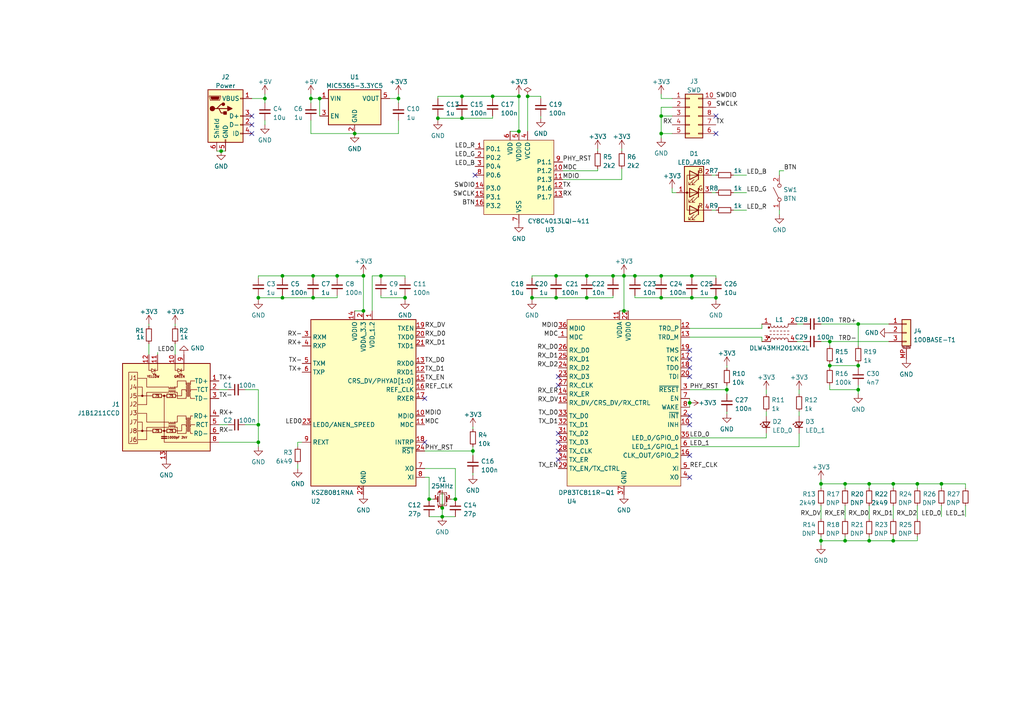
<source format=kicad_sch>
(kicad_sch (version 20211123) (generator eeschema)
  (paper "A4")
  (lib_symbols
    (symbol "Connector:USB_B_Micro" (pin_names (offset 1.016))
      (property "Reference" "J" (at -5.08 11.43 0))
      (property "Value" "USB_B_Micro" (at -5.08 8.89 0))
      (symbol "USB_B_Micro_1_1"
        (pin power_out line (at 7.62 5.08 180) (length 2.54) (name "VBUS") (number "1"))
        (pin bidirectional line (at 7.62 -2.54 180) (length 2.54) (name "D-") (number "2"))
        (pin bidirectional line (at 7.62 0 180) (length 2.54) (name "D+") (number "3"))
        (pin passive line (at 7.62 -5.08 180) (length 2.54) (name "ID") (number "4"))
        (pin power_out line (at 0 -10.16 90) (length 2.54) (name "GND") (number "5"))
        (pin passive line (at -2.54 -10.16 90) (length 2.54) (name "Shield") (number "6"))
      )
    )
    (symbol "Connector:Wuerth_7499010121A"
      (property "Reference" "J?" (at -13.462 0.8347 0))
      (property "Value" "J1B1211CCD" (at -13.462 -1.7022 0))
      (symbol "Wuerth_7499010121A_0_0"
        (text "1000pF 2kV" (at 3.175 -8.763 0) (effects (font (size 0.635 0.635))))
        (text "75" (at -2.667 -6.858 0) (effects (font (size 0.635 0.635))))
        (text "75" (at -2.667 3.302 0) (effects (font (size 0.635 0.635))))
        (text "75" (at 1.397 -6.858 0) (effects (font (size 0.635 0.635))))
        (text "75" (at 1.397 3.302 0) (effects (font (size 0.635 0.635))))
        (text "GREEN" (at 3.81 8.89 0) (effects (font (size 0.635 0.635))))
        (text "J1" (at -10.795 8.509 0) (effects (font (size 1.27 1.27)) (justify left)))
        (text "J2" (at -10.795 0.889 0) (effects (font (size 1.27 1.27)) (justify left)))
        (text "J3" (at -10.795 -1.651 0) (effects (font (size 1.27 1.27)) (justify left)))
        (text "J4" (at -10.795 5.842 0) (effects (font (size 1.27 1.27)) (justify left)))
        (text "J5" (at -10.795 3.302 0) (effects (font (size 1.27 1.27)) (justify left)))
        (text "J6" (at -10.795 -9.398 0) (effects (font (size 1.27 1.27)) (justify left)))
        (text "J7" (at -10.795 -4.318 0) (effects (font (size 1.27 1.27)) (justify left)))
        (text "J8" (at -10.795 -6.858 0) (effects (font (size 1.27 1.27)) (justify left)))
        (text "YELLOW" (at -3.81 8.89 0) (effects (font (size 0.635 0.635))))
      )
      (symbol "Wuerth_7499010121A_1_1"
        (pin passive line (at 15.24 7.62 180) (length 2.54) (name "TD+") (number "1"))
        (pin passive line (at 2.54 15.24 270) (length 2.54) (name "~") (number "10"))
        (pin passive line (at -2.54 15.24 270) (length 2.54) (name "~") (number "11"))
        (pin passive line (at -5.08 15.24 270) (length 2.54) (name "~") (number "12"))
        (pin passive line (at 0 -15.24 90) (length 2.54) (name "~") (number "13"))
        (pin passive line (at 15.24 5.08 180) (length 2.54) (name "TCT") (number "2"))
        (pin passive line (at 15.24 2.54 180) (length 2.54) (name "TD-") (number "3"))
        (pin passive line (at 15.24 -2.54 180) (length 2.54) (name "RD+") (number "4"))
        (pin passive line (at 15.24 -5.08 180) (length 2.54) (name "RCT") (number "5"))
        (pin passive line (at 15.24 -7.62 180) (length 2.54) (name "RD-") (number "6"))
        (pin passive line (at 15.24 -10.16 180) (length 2.54) (name "~") (number "8"))
        (pin passive line (at 5.08 15.24 270) (length 2.54) (name "~") (number "9"))
      )
    )
    (symbol "Connector_Generic:Conn_02x05_Counter_Clockwise" (pin_names (offset 1.016) hide)
      (property "Reference" "J" (at 1.27 7.62 0))
      (property "Value" "Conn_02x05_Counter_Clockwise" (at 1.27 -7.62 0))
      (symbol "Conn_02x05_Counter_Clockwise_1_1"
        (pin passive line (at -5.08 5.08 0) (length 3.81) (name "Pin_1") (number "1"))
        (pin passive line (at 7.62 5.08 180) (length 3.81) (name "Pin_10") (number "10"))
        (pin passive line (at -5.08 2.54 0) (length 3.81) (name "Pin_2") (number "2"))
        (pin passive line (at -5.08 0 0) (length 3.81) (name "Pin_3") (number "3"))
        (pin passive line (at -5.08 -2.54 0) (length 3.81) (name "Pin_4") (number "4"))
        (pin passive line (at -5.08 -5.08 0) (length 3.81) (name "Pin_5") (number "5"))
        (pin passive line (at 7.62 -5.08 180) (length 3.81) (name "Pin_6") (number "6"))
        (pin passive line (at 7.62 -2.54 180) (length 3.81) (name "Pin_7") (number "7"))
        (pin passive line (at 7.62 0 180) (length 3.81) (name "Pin_8") (number "8"))
        (pin passive line (at 7.62 2.54 180) (length 3.81) (name "Pin_9") (number "9"))
      )
    )
    (symbol "Connector_Generic_MountingPin:Conn_01x03_MountingPin" (pin_names (offset 1.016) hide)
      (property "Reference" "J" (at 0 5.08 0))
      (property "Value" "Conn_01x03_MountingPin" (at 1.27 -5.08 0))
      (symbol "Conn_01x03_MountingPin_1_1"
        (text "Mounting" (at 0 -4.191 0) (effects (font (size 0.381 0.381))))
        (pin passive line (at -5.08 2.54 0) (length 3.81) (name "Pin_1") (number "1"))
        (pin passive line (at -5.08 0 0) (length 3.81) (name "Pin_2") (number "2"))
        (pin passive line (at -5.08 -2.54 0) (length 3.81) (name "Pin_3") (number "3"))
        (pin passive line (at 0 -7.62 90) (length 3.048) (name "MountPin") (number "MP"))
      )
    )
    (symbol "Device:C_Small" (pin_numbers hide) (pin_names (offset 0.254) hide)
      (property "Reference" "C" (at 0.254 1.778 0))
      (property "Value" "C_Small" (at 0.254 -2.032 0))
      (symbol "C_Small_1_1"
        (pin passive line (at 0 2.54 270) (length 2.032) (name "~") (number "1"))
        (pin passive line (at 0 -2.54 90) (length 2.032) (name "~") (number "2"))
      )
    )
    (symbol "Device:Crystal_GND24_Small" (pin_names (offset 1.016) hide)
      (property "Reference" "Y" (at 1.27 4.445 0))
      (property "Value" "Crystal_GND24_Small" (at 1.27 2.54 0))
      (symbol "Crystal_GND24_Small_1_1"
        (pin passive line (at -2.54 0 0) (length 1.27) (name "1") (number "1"))
        (pin passive line (at 0 -2.54 90) (length 0.635) (name "2") (number "2"))
        (pin passive line (at 2.54 0 180) (length 1.27) (name "3") (number "3"))
        (pin passive line (at 0 2.54 270) (length 0.635) (name "4") (number "4"))
      )
    )
    (symbol "Device:LED_ABGR" (pin_names (offset 0) hide)
      (property "Reference" "D" (at 0 9.398 0))
      (property "Value" "LED_ABGR" (at 0 -8.89 0))
      (symbol "LED_ABGR_0_0"
        (text "B" (at -1.905 -6.35 0) (effects (font (size 1.27 1.27))))
        (text "G" (at -1.905 -1.27 0) (effects (font (size 1.27 1.27))))
        (text "R" (at -1.905 3.81 0) (effects (font (size 1.27 1.27))))
      )
      (symbol "LED_ABGR_1_1"
        (pin passive line (at 5.08 0 180) (length 2.54) (name "A") (number "1"))
        (pin passive line (at -5.08 -5.08 0) (length 2.54) (name "BK") (number "2"))
        (pin passive line (at -5.08 0 0) (length 2.54) (name "GK") (number "3"))
        (pin passive line (at -5.08 5.08 0) (length 2.54) (name "RK") (number "4"))
      )
    )
    (symbol "Device:LED_Small" (pin_numbers hide) (pin_names (offset 0.254) hide)
      (property "Reference" "D" (at -1.27 3.175 0))
      (property "Value" "LED_Small" (at -4.445 -2.54 0))
      (symbol "LED_Small_1_1"
        (pin passive line (at -2.54 0 0) (length 1.778) (name "K") (number "1"))
        (pin passive line (at 2.54 0 180) (length 1.778) (name "A") (number "2"))
      )
    )
    (symbol "Device:L_Ferrite_Coupled" (pin_names (offset 0.254) hide)
      (property "Reference" "L" (at 0 4.445 0))
      (property "Value" "L_Ferrite_Coupled" (at 0 -4.445 0))
      (symbol "L_Ferrite_Coupled_1_1"
        (pin passive line (at -5.08 2.54 0) (length 2.54) (name "1") (number "1"))
        (pin passive line (at 5.08 2.54 180) (length 2.54) (name "2") (number "2"))
        (pin passive line (at -5.08 -2.54 0) (length 2.54) (name "3") (number "3"))
        (pin passive line (at 5.08 -2.54 180) (length 2.54) (name "4") (number "4"))
      )
    )
    (symbol "Device:R_Small" (pin_numbers hide) (pin_names (offset 0.254) hide)
      (property "Reference" "R" (at 0.762 0.508 0))
      (property "Value" "R_Small" (at 0.762 -1.016 0))
      (symbol "R_Small_1_1"
        (pin passive line (at 0 2.54 270) (length 0.762) (name "~") (number "1"))
        (pin passive line (at 0 -2.54 90) (length 0.762) (name "~") (number "2"))
      )
    )
    (symbol "Interface_Ethernet:KSZ8081RNA"
      (property "Reference" "U" (at -15.24 26.035 0))
      (property "Value" "KSZ8081RNA" (at 3.81 26.035 0))
      (symbol "KSZ8081RNA_1_1"
        (pin power_out line (at -2.54 27.94 270) (length 2.54) (name "VDD_1.2") (number "1"))
        (pin bidirectional line (at -17.78 -2.54 0) (length 2.54) (name "MDIO") (number "10"))
        (pin input line (at -17.78 -5.08 0) (length 2.54) (name "MDC") (number "11"))
        (pin output line (at -17.78 10.16 0) (length 2.54) (name "RXD1") (number "12"))
        (pin output line (at -17.78 12.7 0) (length 2.54) (name "RXD0") (number "13"))
        (pin power_in line (at 2.54 27.94 270) (length 2.54) (name "VDDIO") (number "14"))
        (pin output line (at -17.78 7.62 0) (length 2.54) (name "CRS_DV/PHYAD[1:0]") (number "15"))
        (pin output line (at -17.78 5.08 0) (length 2.54) (name "REF_CLK") (number "16"))
        (pin output line (at -17.78 2.54 0) (length 2.54) (name "RXER") (number "17"))
        (pin bidirectional line (at -17.78 -10.16 0) (length 2.54) (name "INTRP") (number "18"))
        (pin input line (at -17.78 22.86 0) (length 2.54) (name "TXEN") (number "19"))
        (pin power_in line (at 0 27.94 270) (length 2.54) (name "VDDA_3.3") (number "2"))
        (pin input line (at -17.78 20.32 0) (length 2.54) (name "TXD0") (number "20"))
        (pin bidirectional line (at -17.78 17.78 0) (length 2.54) (name "TXD1") (number "21"))
        (pin power_in line (at 0 -25.4 90) (length 2.54) (name "GND") (number "22"))
        (pin output line (at 17.78 -5.08 180) (length 2.54) (name "LED0/ANEN_SPEED") (number "23"))
        (pin input line (at -17.78 -12.7 0) (length 2.54) (name "~{RST}") (number "24"))
        (pin passive line (at 0 -25.4 90) (length 2.54) hide (name "GND") (number "25"))
        (pin bidirectional line (at 17.78 20.32 180) (length 2.54) (name "RXM") (number "3"))
        (pin bidirectional line (at 17.78 17.78 180) (length 2.54) (name "RXP") (number "4"))
        (pin bidirectional line (at 17.78 12.7 180) (length 2.54) (name "TXM") (number "5"))
        (pin bidirectional line (at 17.78 10.16 180) (length 2.54) (name "TXP") (number "6"))
        (pin output line (at -17.78 -17.78 0) (length 2.54) (name "XO") (number "7"))
        (pin input line (at -17.78 -20.32 0) (length 2.54) (name "XI") (number "8"))
        (pin passive line (at 17.78 -10.16 180) (length 2.54) (name "REXT") (number "9"))
      )
    )
    (symbol "Regulator_Linear:MIC5365-3.3YC5"
      (property "Reference" "U" (at -6.35 6.35 0))
      (property "Value" "MIC5365-3.3YC5" (at 0 6.35 0))
      (symbol "MIC5365-3.3YC5_1_1"
        (pin power_in line (at -10.16 2.54 0) (length 2.54) (name "VIN") (number "1"))
        (pin power_in line (at 0 -7.62 90) (length 2.54) (name "GND") (number "2"))
        (pin input line (at -10.16 -2.54 0) (length 2.54) (name "EN") (number "3"))
        (pin no_connect line (at 7.62 -2.54 180) (length 2.54) hide (name "NC") (number "4"))
        (pin power_out line (at 10.16 2.54 180) (length 2.54) (name "VOUT") (number "5"))
      )
    )
    (symbol "Switch:SW_SPST" (pin_names (offset 0) hide)
      (property "Reference" "SW" (at 0 3.175 0))
      (property "Value" "SW_SPST" (at 0 -2.54 0))
      (symbol "SW_SPST_1_1"
        (pin passive line (at -5.08 0 0) (length 2.54) (name "A") (number "1"))
        (pin passive line (at 5.08 0 180) (length 2.54) (name "B") (number "2"))
      )
    )
    (symbol "extraparts:CY8C4013LQI-411"
      (property "Reference" "U" (at 0 17.78 0))
      (property "Value" "CY8C4013LQI-411" (at 0 15.24 0))
      (symbol "CY8C4013LQI-411_1_1"
        (pin bidirectional line (at -12.7 8.89 0) (length 2.54) (name "P0.1") (number "1"))
        (pin bidirectional line (at 12.7 2.54 180) (length 2.54) (name "P1.2") (number "10"))
        (pin bidirectional line (at 12.7 0 180) (length 2.54) (name "P1.3") (number "11"))
        (pin bidirectional line (at 12.7 -2.54 180) (length 2.54) (name "P1.6") (number "12"))
        (pin bidirectional line (at 12.7 -5.08 180) (length 2.54) (name "P1.7") (number "13"))
        (pin bidirectional line (at -12.7 -2.54 0) (length 2.54) (name "P3.0") (number "14"))
        (pin bidirectional line (at -12.7 -5.08 0) (length 2.54) (name "P3.1") (number "15"))
        (pin bidirectional line (at -12.7 -7.62 0) (length 2.54) (name "P3.2") (number "16"))
        (pin bidirectional line (at -12.7 6.35 0) (length 2.54) (name "P0.2") (number "2"))
        (pin bidirectional line (at -12.7 3.81 0) (length 2.54) (name "P0.4") (number "3"))
        (pin power_in line (at 2.54 13.97 270) (length 2.54) (name "VCCD") (number "4"))
        (pin power_in line (at 0 13.97 270) (length 2.54) (name "VDDIO") (number "5"))
        (pin power_in line (at -2.54 13.97 270) (length 2.54) (name "VDD") (number "6"))
        (pin power_in line (at 0 -12.7 90) (length 2.54) (name "VSS") (number "7"))
        (pin bidirectional line (at -12.7 1.27 0) (length 2.54) (name "P0.6") (number "8"))
        (pin bidirectional line (at 12.7 5.08 180) (length 2.54) (name "P1.1") (number "9"))
      )
    )
    (symbol "extraparts:DP83TC811R-Q1"
      (property "Reference" "U" (at 0 30.48 0))
      (property "Value" "DP83TC811R-Q1" (at 0 27.94 0))
      (symbol "DP83TC811R-Q1_1_1"
        (pin input line (at -19.05 19.05 0) (length 2.54) (name "MDC") (number "1"))
        (pin output line (at 19.05 -6.35 180) (length 2.54) (name "INH") (number "10"))
        (pin power_in line (at -1.27 26.67 270) (length 2.54) (name "VDDA") (number "11"))
        (pin bidirectional line (at 19.05 21.59 180) (length 2.54) (name "TRD_P") (number "12"))
        (pin bidirectional line (at 19.05 19.05 180) (length 2.54) (name "TRD_M") (number "13"))
        (pin output line (at -19.05 2.54 0) (length 2.54) (name "RX_ER") (number "14"))
        (pin output line (at -19.05 0 0) (length 2.54) (name "RX_DV/CRS_DV/RX_CTRL") (number "15"))
        (pin bidirectional line (at 19.05 -15.24 180) (length 2.54) (name "CLK_OUT/GPIO_2") (number "16"))
        (pin input line (at 19.05 12.7 180) (length 2.54) (name "TCK") (number "17"))
        (pin output line (at 19.05 10.16 180) (length 2.54) (name "TDO") (number "18"))
        (pin input line (at 19.05 15.24 180) (length 2.54) (name "TMS") (number "19"))
        (pin output line (at 19.05 -3.81 180) (length 2.54) (name "~{INT}") (number "2"))
        (pin input line (at 19.05 7.62 180) (length 2.54) (name "TDI") (number "20"))
        (pin no_connect line (at -19.05 -21.59 0) (length 2.54) hide (name "DNC") (number "21"))
        (pin power_in line (at 1.27 26.67 270) (length 2.54) (name "VDDIO") (number "22"))
        (pin output line (at -19.05 7.62 0) (length 2.54) (name "RX_D3") (number "23"))
        (pin output line (at -19.05 10.16 0) (length 2.54) (name "RX_D2") (number "24"))
        (pin output line (at -19.05 12.7 0) (length 2.54) (name "RX_D1") (number "25"))
        (pin output line (at -19.05 15.24 0) (length 2.54) (name "RX_D0") (number "26"))
        (pin output line (at -19.05 5.08 0) (length 2.54) (name "RX_CLK") (number "27"))
        (pin input line (at -19.05 -13.97 0) (length 2.54) (name "TX_CLK") (number "28"))
        (pin input line (at -19.05 -19.05 0) (length 2.54) (name "TX_EN/TX_CTRL") (number "29"))
        (pin input line (at 19.05 3.81 180) (length 2.54) (name "~{RESET}") (number "3"))
        (pin input line (at -19.05 -11.43 0) (length 2.54) (name "TX_D3") (number "30"))
        (pin input line (at -19.05 -8.89 0) (length 2.54) (name "TX_D2") (number "31"))
        (pin input line (at -19.05 -6.35 0) (length 2.54) (name "TX_D1") (number "32"))
        (pin input line (at -19.05 -3.81 0) (length 2.54) (name "TX_D0") (number "33"))
        (pin input line (at -19.05 -16.51 0) (length 2.54) (name "TX_ER") (number "34"))
        (pin bidirectional line (at 19.05 -10.16 180) (length 2.54) (name "LED_0/GPIO_0") (number "35"))
        (pin bidirectional line (at -19.05 21.59 0) (length 2.54) (name "MDIO") (number "36"))
        (pin power_in line (at 0 -26.67 90) (length 2.54) (name "GND") (number "37"))
        (pin output line (at 19.05 -21.59 180) (length 2.54) (name "XO") (number "4"))
        (pin input line (at 19.05 -19.05 180) (length 2.54) (name "XI") (number "5"))
        (pin bidirectional line (at 19.05 -12.7 180) (length 2.54) (name "LED_1/GPIO_1") (number "6"))
        (pin input line (at 19.05 1.27 180) (length 2.54) (name "EN") (number "7"))
        (pin input line (at 19.05 -1.27 180) (length 2.54) (name "WAKE") (number "8"))
        (pin no_connect line (at -19.05 -21.59 0) (length 2.54) hide (name "DNC") (number "9"))
      )
    )
    (symbol "power:+3V3" (power) (pin_names (offset 0))
      (property "Value" "+3V3" (at 0 3.556 0))
      (symbol "+3V3_1_1"
        (pin power_in line (at 0 0 90) (length 0) hide (name "+3V3") (number "1"))
      )
    )
    (symbol "power:+5V" (power) (pin_names (offset 0))
      (property "Value" "+5V" (at 0 3.556 0))
      (symbol "+5V_1_1"
        (pin power_in line (at 0 0 90) (length 0) hide (name "+5V") (number "1"))
      )
    )
    (symbol "power:GND" (power) (pin_names (offset 0))
      (property "Value" "GND" (at 0 -3.81 0))
      (symbol "GND_1_1"
        (pin power_in line (at 0 0 270) (length 0) hide (name "GND") (number "1"))
      )
    )
    (symbol "power:PWR_FLAG" (power) (pin_numbers hide) (pin_names (offset 0) hide)
      (property "Value" "PWR_FLAG" (at 0 3.81 0))
      (symbol "PWR_FLAG_0_0"
        (pin power_out line (at 0 0 90) (length 0) (name "pwr") (number "1"))
      )
    )
  )
  (junction (at 238.125 156.845))
  (junction (at 150.495 27.94))
  (junction (at 170.18 86.36))
  (junction (at 64.135 43.815))
  (junction (at 133.985 34.29))
  (junction (at 90.805 80.01))
  (junction (at 137.16 130.81))
  (junction (at 76.835 28.575))
  (junction (at 150.495 38.1))
  (junction (at 128.27 149.86))
  (junction (at 180.975 80.01))
  (junction (at 110.49 80.01))
  (junction (at 153.035 27.94))
  (junction (at 90.17 28.575))
  (junction (at 252.095 156.845))
  (junction (at 92.71 28.575))
  (junction (at 133.985 27.94))
  (junction (at 248.92 106.045))
  (junction (at 177.8 80.01))
  (junction (at 248.92 113.03))
  (junction (at 154.305 86.36))
  (junction (at 240.665 99.06))
  (junction (at 191.77 33.655))
  (junction (at 207.645 86.36))
  (junction (at 210.82 113.03))
  (junction (at 74.93 123.19))
  (junction (at 128.27 147.32))
  (junction (at 81.915 80.01))
  (junction (at 105.41 80.01))
  (junction (at 245.11 156.845))
  (junction (at 266.065 140.335))
  (junction (at 90.805 86.36))
  (junction (at 252.095 140.335))
  (junction (at 97.79 80.01))
  (junction (at 200.66 80.01))
  (junction (at 200.66 86.36))
  (junction (at 240.665 106.045))
  (junction (at 161.29 80.01))
  (junction (at 200.025 116.84))
  (junction (at 105.41 90.17))
  (junction (at 117.475 86.36))
  (junction (at 170.18 80.01))
  (junction (at 273.05 140.335))
  (junction (at 191.77 38.735))
  (junction (at 142.875 27.94))
  (junction (at 248.92 93.98))
  (junction (at 184.15 80.01))
  (junction (at 124.46 144.78))
  (junction (at 191.77 86.36))
  (junction (at 238.125 140.335))
  (junction (at 102.87 38.735))
  (junction (at 245.11 140.335))
  (junction (at 115.57 28.575))
  (junction (at 191.77 80.01))
  (junction (at 180.975 90.17))
  (junction (at 259.08 140.335))
  (junction (at 132.08 144.78))
  (junction (at 81.915 86.36))
  (junction (at 127 34.29))
  (junction (at 74.93 86.36))
  (junction (at 161.29 86.36))
  (junction (at 74.93 128.27))
  (junction (at 259.08 156.845))
  (no_connect (at 200.025 120.65))
  (no_connect (at 161.925 111.76))
  (no_connect (at 207.645 38.735))
  (no_connect (at 137.795 50.8))
  (no_connect (at 200.025 123.19))
  (no_connect (at 73.025 36.195))
  (no_connect (at 73.025 33.655))
  (no_connect (at 73.025 38.735))
  (no_connect (at 207.645 33.655))
  (no_connect (at 123.19 115.57))
  (no_connect (at 200.025 132.08))
  (no_connect (at 161.925 109.22))
  (no_connect (at 123.19 128.27))
  (no_connect (at 200.025 109.22))
  (no_connect (at 200.025 106.68))
  (no_connect (at 200.025 101.6))
  (no_connect (at 200.025 104.14))
  (no_connect (at 161.925 125.73))
  (no_connect (at 161.925 130.81))
  (no_connect (at 161.925 133.35))
  (no_connect (at 161.925 128.27))
  (no_connect (at 200.025 138.43))
  (wire (pts (xy 153.035 27.94) (xy 156.845 27.94)))
  (wire (pts (xy 200.66 86.36) (xy 207.645 86.36)))
  (wire (pts (xy 191.77 31.115) (xy 194.945 31.115)))
  (wire (pts (xy 231.775 129.54) (xy 231.775 125.73)))
  (wire (pts (xy 222.25 127) (xy 222.25 125.73)))
  (wire (pts (xy 74.93 85.725) (xy 74.93 86.36)))
  (wire (pts (xy 200.025 116.84) (xy 200.025 118.11)))
  (wire (pts (xy 142.875 34.29) (xy 133.985 34.29)))
  (wire (pts (xy 76.835 28.575) (xy 76.835 29.845)))
  (wire (pts (xy 97.79 80.01) (xy 97.79 80.645)))
  (wire (pts (xy 90.17 38.735) (xy 102.87 38.735)))
  (wire (pts (xy 71.12 113.03) (xy 74.93 113.03)))
  (wire (pts (xy 177.8 86.36) (xy 170.18 86.36)))
  (wire (pts (xy 128.27 149.86) (xy 132.08 149.86)))
  (wire (pts (xy 115.57 28.575) (xy 115.57 29.845)))
  (wire (pts (xy 248.92 113.03) (xy 248.92 114.3)))
  (wire (pts (xy 113.03 28.575) (xy 115.57 28.575)))
  (wire (pts (xy 180.975 80.01) (xy 177.8 80.01)))
  (wire (pts (xy 207.645 55.88) (xy 206.375 55.88)))
  (wire (pts (xy 86.36 134.62) (xy 86.36 135.89)))
  (wire (pts (xy 240.665 99.06) (xy 257.81 99.06)))
  (wire (pts (xy 184.15 80.645) (xy 184.15 80.01)))
  (wire (pts (xy 107.95 80.01) (xy 110.49 80.01)))
  (wire (pts (xy 238.125 140.335) (xy 245.11 140.335)))
  (wire (pts (xy 150.495 27.94) (xy 142.875 27.94)))
  (wire (pts (xy 280.035 146.685) (xy 280.035 149.86)))
  (wire (pts (xy 200.025 115.57) (xy 200.025 116.84)))
  (wire (pts (xy 170.18 86.36) (xy 161.29 86.36)))
  (wire (pts (xy 74.93 86.36) (xy 81.915 86.36)))
  (wire (pts (xy 266.065 140.335) (xy 273.05 140.335)))
  (wire (pts (xy 200.025 95.25) (xy 220.98 95.25)))
  (wire (pts (xy 133.985 34.29) (xy 127 34.29)))
  (wire (pts (xy 50.8 99.695) (xy 50.8 102.87)))
  (wire (pts (xy 259.08 156.845) (xy 259.08 155.575)))
  (wire (pts (xy 153.035 38.1) (xy 153.035 27.94)))
  (wire (pts (xy 200.025 127) (xy 222.25 127)))
  (wire (pts (xy 170.18 80.01) (xy 170.18 80.645)))
  (wire (pts (xy 252.095 146.685) (xy 252.095 150.495)))
  (wire (pts (xy 212.725 50.8) (xy 216.535 50.8)))
  (wire (pts (xy 163.195 52.07) (xy 180.34 52.07)))
  (wire (pts (xy 210.82 106.045) (xy 210.82 106.68)))
  (wire (pts (xy 238.125 139.065) (xy 238.125 140.335)))
  (wire (pts (xy 90.805 80.645) (xy 90.805 80.01)))
  (wire (pts (xy 240.665 113.03) (xy 248.92 113.03)))
  (wire (pts (xy 92.71 28.575) (xy 92.71 33.655)))
  (wire (pts (xy 200.025 97.79) (xy 220.98 97.79)))
  (wire (pts (xy 180.975 90.17) (xy 180.975 80.01)))
  (wire (pts (xy 90.805 80.01) (xy 97.79 80.01)))
  (wire (pts (xy 240.665 111.76) (xy 240.665 113.03)))
  (wire (pts (xy 90.805 85.725) (xy 90.805 86.36)))
  (wire (pts (xy 212.725 60.96) (xy 216.535 60.96)))
  (wire (pts (xy 71.12 123.19) (xy 74.93 123.19)))
  (wire (pts (xy 156.845 33.655) (xy 156.845 34.29)))
  (wire (pts (xy 133.985 27.94) (xy 133.985 28.575)))
  (wire (pts (xy 252.095 140.335) (xy 259.08 140.335)))
  (wire (pts (xy 207.645 86.36) (xy 207.645 86.995)))
  (wire (pts (xy 180.975 90.17) (xy 182.245 90.17)))
  (wire (pts (xy 90.17 28.575) (xy 90.17 29.845)))
  (wire (pts (xy 210.82 113.03) (xy 210.82 114.3)))
  (wire (pts (xy 210.82 111.76) (xy 210.82 113.03)))
  (wire (pts (xy 180.975 79.375) (xy 180.975 80.01)))
  (wire (pts (xy 50.8 94.615) (xy 50.8 93.98)))
  (wire (pts (xy 81.915 86.36) (xy 90.805 86.36)))
  (wire (pts (xy 86.36 128.27) (xy 86.36 129.54)))
  (wire (pts (xy 74.93 128.27) (xy 74.93 129.54)))
  (wire (pts (xy 238.125 156.845) (xy 238.125 155.575)))
  (wire (pts (xy 273.05 140.335) (xy 280.035 140.335)))
  (wire (pts (xy 177.8 85.725) (xy 177.8 86.36)))
  (wire (pts (xy 222.25 119.38) (xy 222.25 120.65)))
  (wire (pts (xy 207.645 50.8) (xy 206.375 50.8)))
  (wire (pts (xy 222.25 113.03) (xy 222.25 114.3)))
  (wire (pts (xy 259.08 140.335) (xy 266.065 140.335)))
  (wire (pts (xy 252.095 140.335) (xy 252.095 141.605)))
  (wire (pts (xy 110.49 80.01) (xy 117.475 80.01)))
  (wire (pts (xy 240.665 106.045) (xy 248.92 106.045)))
  (wire (pts (xy 245.11 156.845) (xy 245.11 155.575)))
  (wire (pts (xy 64.135 43.815) (xy 65.405 43.815)))
  (wire (pts (xy 123.19 138.43) (xy 124.46 138.43)))
  (wire (pts (xy 245.11 140.335) (xy 245.11 141.605)))
  (wire (pts (xy 110.49 86.36) (xy 117.475 86.36)))
  (wire (pts (xy 117.475 80.01) (xy 117.475 80.645)))
  (wire (pts (xy 231.775 113.03) (xy 231.775 114.3)))
  (wire (pts (xy 184.15 85.725) (xy 184.15 86.36)))
  (wire (pts (xy 133.985 33.655) (xy 133.985 34.29)))
  (wire (pts (xy 137.16 123.825) (xy 137.16 124.46)))
  (wire (pts (xy 231.14 99.06) (xy 233.045 99.06)))
  (wire (pts (xy 191.77 86.36) (xy 200.66 86.36)))
  (wire (pts (xy 245.11 140.335) (xy 252.095 140.335)))
  (wire (pts (xy 259.08 156.845) (xy 266.065 156.845)))
  (wire (pts (xy 248.92 106.045) (xy 248.92 106.68)))
  (wire (pts (xy 191.77 38.735) (xy 191.77 33.655)))
  (wire (pts (xy 184.15 86.36) (xy 191.77 86.36)))
  (wire (pts (xy 238.125 140.335) (xy 238.125 141.605)))
  (wire (pts (xy 150.495 27.305) (xy 150.495 27.94)))
  (wire (pts (xy 200.66 85.725) (xy 200.66 86.36)))
  (wire (pts (xy 115.57 38.735) (xy 102.87 38.735)))
  (wire (pts (xy 245.11 156.845) (xy 252.095 156.845)))
  (wire (pts (xy 191.77 38.735) (xy 194.945 38.735)))
  (wire (pts (xy 92.71 28.575) (xy 90.17 28.575)))
  (wire (pts (xy 73.025 28.575) (xy 76.835 28.575)))
  (wire (pts (xy 248.92 113.03) (xy 248.92 111.76)))
  (wire (pts (xy 74.93 123.19) (xy 74.93 113.03)))
  (wire (pts (xy 240.665 99.06) (xy 240.665 100.33)))
  (wire (pts (xy 156.845 27.94) (xy 156.845 28.575)))
  (wire (pts (xy 266.065 146.685) (xy 266.065 150.495)))
  (wire (pts (xy 90.17 27.305) (xy 90.17 28.575)))
  (wire (pts (xy 280.035 140.335) (xy 280.035 141.605)))
  (wire (pts (xy 150.495 38.1) (xy 150.495 27.94)))
  (wire (pts (xy 127 34.29) (xy 127 34.925)))
  (wire (pts (xy 194.945 55.88) (xy 196.215 55.88)))
  (wire (pts (xy 180.34 43.18) (xy 180.34 43.815)))
  (wire (pts (xy 207.645 86.36) (xy 207.645 85.725)))
  (wire (pts (xy 74.93 123.19) (xy 74.93 128.27)))
  (wire (pts (xy 105.41 80.01) (xy 105.41 90.17)))
  (wire (pts (xy 115.57 27.305) (xy 115.57 28.575)))
  (wire (pts (xy 194.945 54.61) (xy 194.945 55.88)))
  (wire (pts (xy 173.355 43.18) (xy 173.355 43.815)))
  (wire (pts (xy 128.27 142.24) (xy 128.27 147.32)))
  (wire (pts (xy 194.945 28.575) (xy 191.77 28.575)))
  (wire (pts (xy 63.5 128.27) (xy 74.93 128.27)))
  (wire (pts (xy 161.29 80.01) (xy 154.305 80.01)))
  (wire (pts (xy 74.93 80.01) (xy 81.915 80.01)))
  (wire (pts (xy 161.29 85.725) (xy 161.29 86.36)))
  (wire (pts (xy 142.875 33.655) (xy 142.875 34.29)))
  (wire (pts (xy 259.08 140.335) (xy 259.08 141.605)))
  (wire (pts (xy 147.955 38.1) (xy 150.495 38.1)))
  (wire (pts (xy 231.14 93.98) (xy 233.045 93.98)))
  (wire (pts (xy 266.065 156.845) (xy 266.065 155.575)))
  (wire (pts (xy 191.77 40.005) (xy 191.77 38.735)))
  (wire (pts (xy 133.985 27.94) (xy 142.875 27.94)))
  (wire (pts (xy 170.18 85.725) (xy 170.18 86.36)))
  (wire (pts (xy 163.195 49.53) (xy 173.355 49.53)))
  (wire (pts (xy 76.835 28.575) (xy 76.835 27.305)))
  (wire (pts (xy 273.05 140.335) (xy 273.05 141.605)))
  (wire (pts (xy 212.725 55.88) (xy 216.535 55.88)))
  (wire (pts (xy 179.705 90.17) (xy 180.975 90.17)))
  (wire (pts (xy 110.49 85.725) (xy 110.49 86.36)))
  (wire (pts (xy 137.16 129.54) (xy 137.16 130.81)))
  (wire (pts (xy 191.77 80.01) (xy 191.77 80.645)))
  (wire (pts (xy 154.305 86.36) (xy 154.305 86.995)))
  (wire (pts (xy 154.305 86.36) (xy 154.305 85.725)))
  (wire (pts (xy 266.065 140.335) (xy 266.065 141.605)))
  (wire (pts (xy 231.775 119.38) (xy 231.775 120.65)))
  (wire (pts (xy 252.095 156.845) (xy 259.08 156.845)))
  (wire (pts (xy 200.66 80.01) (xy 207.645 80.01)))
  (wire (pts (xy 154.305 80.01) (xy 154.305 80.645)))
  (wire (pts (xy 240.665 106.045) (xy 240.665 106.68)))
  (wire (pts (xy 110.49 80.01) (xy 110.49 80.645)))
  (wire (pts (xy 220.98 95.25) (xy 220.98 93.98)))
  (wire (pts (xy 130.81 144.78) (xy 132.08 144.78)))
  (wire (pts (xy 252.095 156.845) (xy 252.095 155.575)))
  (wire (pts (xy 191.77 28.575) (xy 191.77 27.305)))
  (wire (pts (xy 102.87 90.17) (xy 105.41 90.17)))
  (wire (pts (xy 124.46 144.78) (xy 125.73 144.78)))
  (wire (pts (xy 43.18 93.98) (xy 43.18 94.615)))
  (wire (pts (xy 226.06 49.53) (xy 226.06 50.8)))
  (wire (pts (xy 259.08 146.685) (xy 259.08 150.495)))
  (wire (pts (xy 132.08 135.89) (xy 132.08 144.78)))
  (wire (pts (xy 90.17 34.925) (xy 90.17 38.735)))
  (wire (pts (xy 238.125 156.845) (xy 245.11 156.845)))
  (wire (pts (xy 238.125 156.845) (xy 238.125 158.115)))
  (wire (pts (xy 123.19 135.89) (xy 132.08 135.89)))
  (wire (pts (xy 63.5 113.03) (xy 66.04 113.03)))
  (wire (pts (xy 115.57 34.925) (xy 115.57 38.735)))
  (wire (pts (xy 74.93 86.36) (xy 74.93 86.995)))
  (wire (pts (xy 248.92 93.98) (xy 257.81 93.98)))
  (wire (pts (xy 227.33 49.53) (xy 226.06 49.53)))
  (wire (pts (xy 210.82 119.38) (xy 210.82 120.015)))
  (wire (pts (xy 238.125 146.685) (xy 238.125 150.495)))
  (wire (pts (xy 240.665 105.41) (xy 240.665 106.045)))
  (wire (pts (xy 177.8 80.01) (xy 170.18 80.01)))
  (wire (pts (xy 123.19 130.81) (xy 137.16 130.81)))
  (wire (pts (xy 238.125 93.98) (xy 248.92 93.98)))
  (wire (pts (xy 191.77 85.725) (xy 191.77 86.36)))
  (wire (pts (xy 105.41 79.375) (xy 105.41 80.01)))
  (wire (pts (xy 170.18 80.01) (xy 161.29 80.01)))
  (wire (pts (xy 62.865 43.815) (xy 64.135 43.815)))
  (wire (pts (xy 207.645 60.96) (xy 206.375 60.96)))
  (wire (pts (xy 200.025 113.03) (xy 210.82 113.03)))
  (wire (pts (xy 161.29 80.01) (xy 161.29 80.645)))
  (wire (pts (xy 87.63 128.27) (xy 86.36 128.27)))
  (wire (pts (xy 200.025 129.54) (xy 231.775 129.54)))
  (wire (pts (xy 137.16 137.16) (xy 137.16 137.795)))
  (wire (pts (xy 177.8 80.645) (xy 177.8 80.01)))
  (wire (pts (xy 97.79 86.36) (xy 97.79 85.725)))
  (wire (pts (xy 226.06 60.96) (xy 226.06 62.23)))
  (wire (pts (xy 273.05 146.685) (xy 273.05 149.86)))
  (wire (pts (xy 124.46 138.43) (xy 124.46 144.78)))
  (wire (pts (xy 200.66 80.01) (xy 200.66 80.645)))
  (wire (pts (xy 142.875 27.94) (xy 142.875 28.575)))
  (wire (pts (xy 137.16 130.81) (xy 137.16 132.08)))
  (wire (pts (xy 81.915 80.01) (xy 90.805 80.01)))
  (wire (pts (xy 43.18 99.695) (xy 43.18 102.87)))
  (wire (pts (xy 127 27.94) (xy 133.985 27.94)))
  (wire (pts (xy 90.805 86.36) (xy 97.79 86.36)))
  (wire (pts (xy 74.93 80.645) (xy 74.93 80.01)))
  (wire (pts (xy 173.355 49.53) (xy 173.355 48.895)))
  (wire (pts (xy 184.15 80.01) (xy 191.77 80.01)))
  (wire (pts (xy 207.645 80.01) (xy 207.645 80.645)))
  (wire (pts (xy 127 34.29) (xy 127 33.655)))
  (wire (pts (xy 245.11 146.685) (xy 245.11 150.495)))
  (wire (pts (xy 191.77 33.655) (xy 194.945 33.655)))
  (wire (pts (xy 220.98 97.79) (xy 220.98 99.06)))
  (wire (pts (xy 180.975 80.01) (xy 184.15 80.01)))
  (wire (pts (xy 161.29 86.36) (xy 154.305 86.36)))
  (wire (pts (xy 248.92 93.98) (xy 248.92 100.33)))
  (wire (pts (xy 81.915 80.01) (xy 81.915 80.645)))
  (wire (pts (xy 97.79 80.01) (xy 105.41 80.01)))
  (wire (pts (xy 81.915 85.725) (xy 81.915 86.36)))
  (wire (pts (xy 124.46 149.86) (xy 128.27 149.86)))
  (wire (pts (xy 76.835 34.925) (xy 76.835 36.195)))
  (wire (pts (xy 45.72 102.235) (xy 45.72 102.87)))
  (wire (pts (xy 248.92 105.41) (xy 248.92 106.045)))
  (wire (pts (xy 107.95 80.01) (xy 107.95 90.17)))
  (wire (pts (xy 128.27 147.32) (xy 128.27 149.86)))
  (wire (pts (xy 180.34 52.07) (xy 180.34 48.895)))
  (wire (pts (xy 127 28.575) (xy 127 27.94)))
  (wire (pts (xy 238.125 99.06) (xy 240.665 99.06)))
  (wire (pts (xy 191.77 33.655) (xy 191.77 31.115)))
  (wire (pts (xy 117.475 86.36) (xy 117.475 85.725)))
  (wire (pts (xy 63.5 123.19) (xy 66.04 123.19)))
  (wire (pts (xy 117.475 86.36) (xy 117.475 86.995)))
  (wire (pts (xy 191.77 80.01) (xy 200.66 80.01)))
  (label "LED_R" (at 216.535 60.96 0))
  (label "RX_D1" (at 259.08 149.86 180))
  (label "TRD-" (at 243.205 99.06 0))
  (label "RX_ER" (at 161.925 114.3 180))
  (label "RX_D0" (at 252.095 149.86 180))
  (label "MDIO" (at 123.19 120.65 0))
  (label "TX_D1" (at 161.925 123.19 180))
  (label "LED0" (at 87.63 123.19 180))
  (label "TX_D1" (at 123.19 107.95 0))
  (label "MDC" (at 161.925 97.79 180))
  (label "MDIO" (at 163.195 52.07 0))
  (label "TX" (at 207.645 36.195 0))
  (label "LED_G" (at 216.535 55.88 0))
  (label "BTN" (at 227.33 49.53 0))
  (label "LED_1" (at 200.025 129.54 0))
  (label "TX+" (at 87.63 107.95 180))
  (label "SWDIO" (at 137.795 54.61 180))
  (label "RX" (at 163.195 57.15 0))
  (label "SWCLK" (at 137.795 57.15 180))
  (label "LED_B" (at 216.535 50.8 0))
  (label "LED_G" (at 137.795 45.72 180))
  (label "TRD+" (at 243.205 93.98 0))
  (label "TX_D0" (at 161.925 120.65 180))
  (label "RX_DV" (at 238.125 149.86 180))
  (label "TX-" (at 63.5 115.57 0))
  (label "MDC" (at 163.195 49.53 0))
  (label "REF_CLK" (at 123.19 113.03 0))
  (label "RX_DV" (at 161.925 116.84 180))
  (label "RX-" (at 63.5 125.73 0))
  (label "LED_0" (at 200.025 127 0))
  (label "TX+" (at 63.5 110.49 0))
  (label "PHY_RST" (at 163.195 46.99 0))
  (label "LED_0" (at 273.05 149.86 180))
  (label "TX_D0" (at 123.19 105.41 0))
  (label "MDIO" (at 161.925 95.25 180))
  (label "TX-" (at 87.63 105.41 180))
  (label "LED_R" (at 137.795 43.18 180))
  (label "TX" (at 163.195 54.61 0))
  (label "RX_D1" (at 161.925 104.14 180))
  (label "MDC" (at 123.19 123.19 0))
  (label "RX_D0" (at 123.19 97.79 0))
  (label "REF_CLK" (at 200.025 135.89 0))
  (label "RX+" (at 63.5 120.65 0))
  (label "PHY_RST" (at 200.025 113.03 0))
  (label "TX_EN" (at 123.19 110.49 0))
  (label "SWCLK" (at 207.645 31.115 0))
  (label "RX_D2" (at 161.925 106.68 180))
  (label "PHY_RST" (at 123.19 130.81 0))
  (label "LED0" (at 45.72 102.235 0))
  (label "RX_DV" (at 123.19 95.25 0))
  (label "RX_ER" (at 245.11 149.86 180))
  (label "RX_D2" (at 266.065 149.86 180))
  (label "RX_D1" (at 123.19 100.33 0))
  (label "TX_EN" (at 161.925 135.89 180))
  (label "LED_B" (at 137.795 48.26 180))
  (label "RX_D0" (at 161.925 101.6 180))
  (label "RX" (at 194.945 36.195 180))
  (label "SWDIO" (at 207.645 28.575 0))
  (label "RX+" (at 87.63 100.33 180))
  (label "LED_1" (at 280.035 149.86 180))
  (label "RX-" (at 87.63 97.79 180))
  (label "BTN" (at 137.795 59.69 180))
  (symbol (lib_id "power:+3V3") (at 194.945 54.61 0) (unit 1)
    (property "Reference" "#PWR031" (effects hide))
    (property "Value" "+3V3" (at 194.945 51.0342 0))
  )
  (symbol (lib_id "power:GND") (at 64.135 43.815 0) (unit 1)
    (property "Reference" "#PWR05" (effects hide))
    (property "Value" "GND" (at 64.135 48.2584 0))
  )
  (symbol (lib_id "Device:C_Small") (at 110.49 83.185 0) (unit 1)
    (property "Reference" "C9" (at 112.8141 82.3566 0) (effects (justify left)))
    (property "Value" "1u" (at 112.8141 84.8935 0) (effects (justify left)))
  )
  (symbol (lib_id "power:GND") (at 137.16 137.795 0) (unit 1)
    (property "Reference" "#PWR020" (effects hide))
    (property "Value" "GND" (at 137.16 142.2384 0))
  )
  (symbol (lib_id "Device:C_Small") (at 133.985 31.115 0) (unit 1)
    (property "Reference" "C15" (at 136.3091 30.2866 0) (effects (justify left)))
    (property "Value" "100n" (at 136.3091 32.8235 0) (effects (justify left)))
  )
  (symbol (lib_id "Device:R_Small") (at 173.355 46.355 0) (unit 1)
    (property "Reference" "R5" (at 174.8536 45.5203 0) (effects (justify left)))
    (property "Value" "2k2" (at 174.8536 48.0572 0) (effects (justify left)))
  )
  (symbol (lib_id "power:PWR_FLAG") (at 153.035 27.94 0) (unit 1)
    (property "Reference" "#FLG0101" (effects hide))
    (property "Value" "PWR_FLAG" (effects hide))
  )
  (symbol (lib_id "power:GND") (at 154.305 86.995 0) (unit 1)
    (property "Reference" "#PWR023" (effects hide))
    (property "Value" "GND" (at 154.305 91.4384 0))
  )
  (symbol (lib_id "power:GND") (at 248.92 114.3 0) (unit 1)
    (property "Reference" "#PWR041" (effects hide))
    (property "Value" "GND" (at 248.92 118.7434 0))
  )
  (symbol (lib_id "power:GND") (at 117.475 86.995 0) (unit 1)
    (property "Reference" "#PWR016" (effects hide))
    (property "Value" "GND" (at 117.475 91.4384 0))
  )
  (symbol (lib_id "Device:C_Small") (at 76.835 32.385 0) (unit 1)
    (property "Reference" "C4" (at 79.1591 31.5566 0) (effects (justify left)))
    (property "Value" "10u" (at 79.1591 34.0935 0) (effects (justify left)))
  )
  (symbol (lib_id "Device:C_Small") (at 235.585 93.98 90) (unit 1)
    (property "Reference" "C28" (at 232.41 92.71 90))
    (property "Value" "100n" (at 239.395 92.71 90))
  )
  (symbol (lib_id "Device:R_Small") (at 210.185 60.96 90) (unit 1)
    (property "Reference" "R9" (at 207.01 59.69 90))
    (property "Value" "1k" (at 213.995 59.69 90))
    (property "Footprint" "Resistor_SMD:R_0603_1608Metric" (effects hide))
  )
  (symbol (lib_id "power:+3V3") (at 115.57 27.305 0) (unit 1)
    (property "Reference" "#PWR015" (effects hide))
    (property "Value" "+3V3" (at 115.57 23.7292 0))
  )
  (symbol (lib_id "Connector:USB_B_Micro") (at 65.405 33.655 0) (unit 1)
    (property "Reference" "J2" (at 65.405 22.3352 0))
    (property "Value" "Power" (at 65.405 24.8721 0))
  )
  (symbol (lib_id "Device:C_Small") (at 191.77 83.185 0) (unit 1)
    (property "Reference" "C24" (at 194.0941 82.3566 0) (effects (justify left)))
    (property "Value" "100n" (at 194.0941 84.8935 0) (effects (justify left)))
  )
  (symbol (lib_id "Device:R_Small") (at 245.11 144.145 0) (mirror x) (unit 1)
    (property "Reference" "R17" (at 243.6115 143.3103 0) (effects (justify right)))
    (property "Value" "DNP" (at 243.6115 145.8472 0) (effects (justify right)))
  )
  (symbol (lib_id "Device:C_Small") (at 97.79 83.185 0) (unit 1)
    (property "Reference" "C8" (at 100.1141 82.3566 0) (effects (justify left)))
    (property "Value" "100n" (at 100.1141 84.8935 0) (effects (justify left)))
  )
  (symbol (lib_id "Device:C_Small") (at 210.82 116.84 0) (unit 1)
    (property "Reference" "C27" (at 213.1441 116.0116 0) (effects (justify left)))
    (property "Value" "100n" (at 213.1441 118.5485 0) (effects (justify left)))
  )
  (symbol (lib_id "power:GND") (at 226.06 62.23 0) (unit 1)
    (property "Reference" "#PWR037" (effects hide))
    (property "Value" "GND" (at 226.06 66.6734 0))
  )
  (symbol (lib_id "Device:C_Small") (at 124.46 147.32 0) (mirror x) (unit 1)
    (property "Reference" "C12" (at 122.136 146.4789 0) (effects (justify right)))
    (property "Value" "27p" (at 122.136 149.0158 0) (effects (justify right)))
  )
  (symbol (lib_id "Device:R_Small") (at 210.82 109.22 0) (unit 1)
    (property "Reference" "R10" (at 212.3186 108.3853 0) (effects (justify left)))
    (property "Value" "10k" (at 212.3186 110.9222 0) (effects (justify left)))
  )
  (symbol (lib_id "Connector:Wuerth_7499010121A") (at 48.26 118.11 0) (unit 1)
    (property "Reference" "J1" (at 34.798 117.2753 0) (effects (justify right)))
    (property "Value" "J1B1211CCD" (at 34.798 119.8122 0) (effects (justify right)))
    (property "Footprint" "Connector_RJ:RJ45_Cetus_J1B1211CCD_Horizontal" (effects hide))
    (property "Datasheet" "http://katalog.we-online.de/pbs/datasheet/7499010121A.pdf" (effects hide))
  )
  (symbol (lib_id "Device:C_Small") (at 137.16 134.62 0) (unit 1)
    (property "Reference" "C16" (at 139.4841 133.7916 0) (effects (justify left)))
    (property "Value" "100n" (at 139.4841 136.3285 0) (effects (justify left)))
  )
  (symbol (lib_id "Device:C_Small") (at 90.805 83.185 0) (unit 1)
    (property "Reference" "C7" (at 93.1291 82.3566 0) (effects (justify left)))
    (property "Value" "1u" (at 93.1291 84.8935 0) (effects (justify left)))
  )
  (symbol (lib_id "power:+3V3") (at 180.975 79.375 0) (unit 1)
    (property "Reference" "#PWR027" (effects hide))
    (property "Value" "+3V3" (at 180.975 75.7992 0))
  )
  (symbol (lib_id "Device:R_Small") (at 231.775 116.84 0) (unit 1)
    (property "Reference" "R12" (at 233.2736 116.0053 0) (effects (justify left)))
    (property "Value" "1k" (at 233.2736 118.5422 0) (effects (justify left)))
  )
  (symbol (lib_id "power:GND") (at 262.89 104.14 0) (unit 1)
    (property "Reference" "#PWR043" (effects hide))
    (property "Value" "GND" (at 262.89 108.5834 0))
  )
  (symbol (lib_id "power:+3V3") (at 150.495 27.305 0) (unit 1)
    (property "Reference" "#PWR021" (effects hide))
    (property "Value" "+3V3" (at 150.495 23.7292 0))
  )
  (symbol (lib_id "Device:R_Small") (at 252.095 144.145 0) (mirror x) (unit 1)
    (property "Reference" "R20" (at 250.5965 143.3103 0) (effects (justify right)))
    (property "Value" "DNP" (at 250.5965 145.8472 0) (effects (justify right)))
  )
  (symbol (lib_id "power:GND") (at 257.81 96.52 270) (unit 1)
    (property "Reference" "#PWR042" (effects hide))
    (property "Value" "GND" (at 250.825 96.52 90) (effects (justify left)))
  )
  (symbol (lib_id "Device:R_Small") (at 210.185 55.88 90) (unit 1)
    (property "Reference" "R8" (at 207.01 54.61 90))
    (property "Value" "1k" (at 213.995 54.61 90))
    (property "Footprint" "Resistor_SMD:R_0603_1608Metric" (effects hide))
  )
  (symbol (lib_id "Device:C_Small") (at 248.92 109.22 0) (unit 1)
    (property "Reference" "C30" (at 251.2441 108.3916 0) (effects (justify left)))
    (property "Value" "4n7" (at 251.2441 110.9285 0) (effects (justify left)))
  )
  (symbol (lib_id "power:GND") (at 102.87 38.735 0) (unit 1)
    (property "Reference" "#PWR012" (effects hide))
    (property "Value" "GND" (at 102.87 43.1784 0))
  )
  (symbol (lib_id "Device:C_Small") (at 156.845 31.115 0) (unit 1)
    (property "Reference" "C19" (at 159.1691 30.2866 0) (effects (justify left)))
    (property "Value" "100n" (at 159.1691 32.8235 0) (effects (justify left)))
  )
  (symbol (lib_id "power:+3V3") (at 191.77 27.305 0) (unit 1)
    (property "Reference" "#PWR029" (effects hide))
    (property "Value" "+3V3" (at 191.77 23.7292 0))
  )
  (symbol (lib_id "power:GND") (at 86.36 135.89 0) (unit 1)
    (property "Reference" "#PWR010" (effects hide))
    (property "Value" "GND" (at 86.36 140.3334 0))
  )
  (symbol (lib_id "power:GND") (at 53.34 102.87 180) (unit 1)
    (property "Reference" "#PWR04" (effects hide))
    (property "Value" "GND" (at 55.245 100.965 0) (effects (justify right)))
  )
  (symbol (lib_id "power:GND") (at 128.27 149.86 0) (unit 1)
    (property "Reference" "#PWR018" (effects hide))
    (property "Value" "GND" (at 128.27 154.3034 0))
  )
  (symbol (lib_id "Device:R_Small") (at 180.34 46.355 0) (unit 1)
    (property "Reference" "R6" (at 181.8386 45.5203 0) (effects (justify left)))
    (property "Value" "2k2" (at 181.8386 48.0572 0) (effects (justify left)))
  )
  (symbol (lib_id "power:+3V3") (at 50.8 93.98 0) (unit 1)
    (property "Reference" "#PWR03" (effects hide))
    (property "Value" "+3V3" (at 50.8 90.4042 0))
  )
  (symbol (lib_id "power:GND") (at 156.845 34.29 0) (unit 1)
    (property "Reference" "#PWR024" (effects hide))
    (property "Value" "GND" (at 156.845 38.7334 0))
  )
  (symbol (lib_id "power:GND") (at 74.93 86.995 0) (unit 1)
    (property "Reference" "#PWR06" (effects hide))
    (property "Value" "GND" (at 74.93 91.4384 0))
  )
  (symbol (lib_id "Device:LED_ABGR") (at 201.295 55.88 180) (unit 1)
    (property "Reference" "D1" (at 201.295 44.5602 0))
    (property "Value" "LED_ABGR" (at 201.295 47.0971 0))
  )
  (symbol (lib_id "power:+3V3") (at 200.025 116.84 270) (unit 1)
    (property "Reference" "#PWR032" (effects hide))
    (property "Value" "+3V3" (at 202.565 116.84 90) (effects (justify left)))
  )
  (symbol (lib_id "Device:R_Small") (at 222.25 116.84 0) (unit 1)
    (property "Reference" "R11" (at 223.7486 116.0053 0) (effects (justify left)))
    (property "Value" "1k" (at 223.7486 118.5422 0) (effects (justify left)))
  )
  (symbol (lib_id "Device:C_Small") (at 200.66 83.185 0) (unit 1)
    (property "Reference" "C25" (at 202.9841 82.3566 0) (effects (justify left)))
    (property "Value" "1u" (at 202.9841 84.8935 0) (effects (justify left)))
  )
  (symbol (lib_id "power:+3V3") (at 173.355 43.18 0) (unit 1)
    (property "Reference" "#PWR025" (effects hide))
    (property "Value" "+3V3" (at 173.355 39.6042 0))
  )
  (symbol (lib_id "Device:L_Ferrite_Coupled") (at 226.06 96.52 0) (unit 1)
    (property "Reference" "L1" (at 226.06 92.71 0))
    (property "Value" "DLW43MH201XK2L" (at 226.06 100.965 0))
  )
  (symbol (lib_id "power:+3V3") (at 210.82 106.045 0) (unit 1)
    (property "Reference" "#PWR034" (effects hide))
    (property "Value" "+3V3" (at 210.82 102.4692 0))
  )
  (symbol (lib_id "Device:C_Small") (at 142.875 31.115 0) (unit 1)
    (property "Reference" "C17" (at 145.1991 30.2866 0) (effects (justify left)))
    (property "Value" "100n" (at 145.1991 32.8235 0) (effects (justify left)))
  )
  (symbol (lib_id "power:+3V3") (at 222.25 113.03 0) (unit 1)
    (property "Reference" "#PWR036" (effects hide))
    (property "Value" "+3V3" (at 222.25 109.4542 0))
  )
  (symbol (lib_id "power:+5V") (at 76.835 27.305 0) (unit 1)
    (property "Reference" "#PWR08" (effects hide))
    (property "Value" "+5V" (at 76.835 23.7292 0))
  )
  (symbol (lib_id "power:GND") (at 74.93 129.54 0) (unit 1)
    (property "Reference" "#PWR07" (effects hide))
    (property "Value" "GND" (at 74.93 133.9834 0))
  )
  (symbol (lib_id "Device:R_Small") (at 259.08 153.035 0) (mirror x) (unit 1)
    (property "Reference" "R23" (at 257.5815 152.2003 0) (effects (justify right)))
    (property "Value" "DNP" (at 257.5815 154.7372 0) (effects (justify right)))
  )
  (symbol (lib_id "power:GND") (at 238.125 158.115 0) (unit 1)
    (property "Reference" "#PWR040" (effects hide))
    (property "Value" "GND" (at 238.125 162.5584 0))
  )
  (symbol (lib_id "Device:C_Small") (at 90.17 32.385 0) (mirror x) (unit 1)
    (property "Reference" "C6" (at 87.8459 31.5439 0) (effects (justify right)))
    (property "Value" "1u" (at 87.8459 34.0808 0) (effects (justify right)))
  )
  (symbol (lib_id "Device:C_Small") (at 81.915 83.185 0) (unit 1)
    (property "Reference" "C5" (at 84.2391 82.3566 0) (effects (justify left)))
    (property "Value" "100n" (at 84.2391 84.8935 0) (effects (justify left)))
  )
  (symbol (lib_id "Device:R_Small") (at 280.035 144.145 0) (mirror x) (unit 1)
    (property "Reference" "R27" (at 278.5365 143.3103 0) (effects (justify right)))
    (property "Value" "DNP" (at 278.5365 145.8472 0) (effects (justify right)))
  )
  (symbol (lib_id "Regulator_Linear:MIC5365-3.3YC5") (at 102.87 31.115 0) (unit 1)
    (property "Reference" "U1" (at 102.87 22.3352 0))
    (property "Value" "MIC5365-3.3YC5" (at 102.87 24.8721 0))
    (property "Footprint" "Package_TO_SOT_SMD:SOT-353_SC-70-5" (effects hide))
    (property "Datasheet" "http://ww1.microchip.com/downloads/en/DeviceDoc/mic5365.pdf" (effects hide))
  )
  (symbol (lib_id "power:+3V3") (at 43.18 93.98 0) (unit 1)
    (property "Reference" "#PWR01" (effects hide))
    (property "Value" "+3V3" (at 43.18 90.4042 0))
  )
  (symbol (lib_id "Device:C_Small") (at 68.58 113.03 90) (unit 1)
    (property "Reference" "C1" (at 66.04 111.76 90))
    (property "Value" "100n" (at 71.755 111.76 90))
  )
  (symbol (lib_id "Device:C_Small") (at 127 31.115 0) (unit 1)
    (property "Reference" "C13" (at 129.3241 30.2866 0) (effects (justify left)))
    (property "Value" "1u" (at 129.3241 32.8235 0) (effects (justify left)))
  )
  (symbol (lib_id "Device:C_Small") (at 184.15 83.185 0) (unit 1)
    (property "Reference" "C23" (at 186.4741 82.3566 0) (effects (justify left)))
    (property "Value" "10n" (at 186.4741 84.8935 0) (effects (justify left)))
  )
  (symbol (lib_id "power:GND") (at 207.645 86.995 0) (unit 1)
    (property "Reference" "#PWR033" (effects hide))
    (property "Value" "GND" (at 207.645 91.4384 0))
  )
  (symbol (lib_id "extraparts:CY8C4013LQI-411") (at 150.495 52.07 0) (unit 1)
    (property "Reference" "U3" (at 158.115 66.675 0) (effects (justify left)))
    (property "Value" "CY8C4013LQI-411" (at 153.035 64.135 0) (effects (justify left)))
    (property "Footprint" "Package_DFN_QFN:QFN-16-1EP_3x3mm_P0.5mm_EP1.7x1.7mm" (effects hide))
  )
  (symbol (lib_id "power:GND") (at 76.835 36.195 0) (unit 1)
    (property "Reference" "#PWR09" (effects hide))
    (property "Value" "GND" (at 76.835 40.6384 0))
  )
  (symbol (lib_id "extraparts:DP83TC811R-Q1") (at 180.975 116.84 0) (unit 1)
    (property "Reference" "U4" (at 164.465 145.415 0) (effects (justify left)))
    (property "Value" "DP83TC811R-Q1" (at 161.925 142.875 0) (effects (justify left)))
    (property "Footprint" "Package_DFN_QFN:QFN-36-1EP_6x6mm_P0.5mm_EP3.7x3.7mm" (effects hide))
  )
  (symbol (lib_id "Device:C_Small") (at 170.18 83.185 0) (mirror y) (unit 1)
    (property "Reference" "C21" (at 167.8559 82.3566 0) (effects (justify left)))
    (property "Value" "100n" (at 167.8559 84.8935 0) (effects (justify left)))
  )
  (symbol (lib_id "Device:R_Small") (at 43.18 97.155 0) (mirror x) (unit 1)
    (property "Reference" "R1" (at 41.91 95.885 0) (effects (justify right)))
    (property "Value" "1k" (at 41.91 97.79 0) (effects (justify right)))
  )
  (symbol (lib_id "power:GND") (at 180.975 143.51 0) (unit 1)
    (property "Reference" "#PWR028" (effects hide))
    (property "Value" "GND" (at 180.975 147.9534 0))
  )
  (symbol (lib_id "Device:R_Small") (at 50.8 97.155 0) (mirror x) (unit 1)
    (property "Reference" "R2" (at 54.61 95.885 0) (effects (justify right)))
    (property "Value" "1k" (at 54.61 97.79 0) (effects (justify right)))
  )
  (symbol (lib_id "Device:C_Small") (at 132.08 147.32 0) (unit 1)
    (property "Reference" "C14" (at 134.4041 146.4916 0) (effects (justify left)))
    (property "Value" "27p" (at 134.4041 149.0285 0) (effects (justify left)))
  )
  (symbol (lib_id "Device:LED_Small") (at 222.25 123.19 90) (unit 1)
    (property "Reference" "D2" (at 224.028 122.2918 90) (effects (justify right)))
    (property "Value" "LED_0" (at 224.028 124.8287 90) (effects (justify right)))
  )
  (symbol (lib_id "power:GND") (at 150.495 64.77 0) (unit 1)
    (property "Reference" "#PWR022" (effects hide))
    (property "Value" "GND" (at 150.495 69.2134 0))
  )
  (symbol (lib_id "Device:R_Small") (at 238.125 144.145 0) (mirror x) (unit 1)
    (property "Reference" "R13" (at 236.6265 143.3103 0) (effects (justify right)))
    (property "Value" "2k49" (at 236.6265 145.8472 0) (effects (justify right)))
  )
  (symbol (lib_id "Device:C_Small") (at 235.585 99.06 90) (unit 1)
    (property "Reference" "C29" (at 232.41 97.79 90))
    (property "Value" "100n" (at 239.395 97.79 90))
  )
  (symbol (lib_id "Device:C_Small") (at 68.58 123.19 90) (unit 1)
    (property "Reference" "C2" (at 66.04 121.92 90))
    (property "Value" "100n" (at 71.755 121.92 90))
  )
  (symbol (lib_id "Device:C_Small") (at 177.8 83.185 0) (mirror y) (unit 1)
    (property "Reference" "C22" (at 175.4759 82.3566 0) (effects (justify left)))
    (property "Value" "10n" (at 175.4759 84.8935 0) (effects (justify left)))
  )
  (symbol (lib_id "Device:Crystal_GND24_Small") (at 128.27 144.78 0) (unit 1)
    (property "Reference" "Y1" (at 128.27 139.065 0))
    (property "Value" "25MHz" (at 128.27 140.97 0))
  )
  (symbol (lib_id "power:+3V3") (at 231.775 113.03 0) (unit 1)
    (property "Reference" "#PWR038" (effects hide))
    (property "Value" "+3V3" (at 231.775 109.4542 0))
  )
  (symbol (lib_id "Device:R_Small") (at 210.185 50.8 90) (unit 1)
    (property "Reference" "R7" (at 207.01 49.53 90))
    (property "Value" "1k" (at 213.995 49.53 90))
    (property "Footprint" "Resistor_SMD:R_0603_1608Metric" (effects hide))
  )
  (symbol (lib_id "Device:R_Small") (at 252.095 153.035 0) (mirror x) (unit 1)
    (property "Reference" "R21" (at 250.5965 152.2003 0) (effects (justify right)))
    (property "Value" "DNP" (at 250.5965 154.7372 0) (effects (justify right)))
  )
  (symbol (lib_id "Device:R_Small") (at 240.665 102.87 0) (unit 1)
    (property "Reference" "R15" (at 242.1636 102.0353 0) (effects (justify left)))
    (property "Value" "1k" (at 242.1636 104.5722 0) (effects (justify left)))
  )
  (symbol (lib_id "power:+3V3") (at 180.34 43.18 0) (unit 1)
    (property "Reference" "#PWR026" (effects hide))
    (property "Value" "+3V3" (at 180.34 39.6042 0))
  )
  (symbol (lib_id "Device:C_Small") (at 207.645 83.185 0) (unit 1)
    (property "Reference" "C26" (at 209.9691 82.3566 0) (effects (justify left)))
    (property "Value" "10u" (at 209.9691 84.8935 0) (effects (justify left)))
  )
  (symbol (lib_id "Interface_Ethernet:KSZ8081RNA") (at 105.41 118.11 0) (mirror y) (unit 1)
    (property "Reference" "U2" (at 90.17 145.415 0) (effects (justify right)))
    (property "Value" "KSZ8081RNA" (at 90.17 142.875 0) (effects (justify right)))
    (property "Footprint" "Package_DFN_QFN:QFN-24-1EP_4x4mm_P0.5mm_EP2.6x2.6mm" (effects hide))
    (property "Datasheet" "http://ww1.microchip.com/downloads/en/DeviceDoc/00002199A.pdf" (effects hide))
  )
  (symbol (lib_id "Device:R_Small") (at 240.665 109.22 0) (unit 1)
    (property "Reference" "R16" (at 242.1636 108.3853 0) (effects (justify left)))
    (property "Value" "100k" (at 242.1636 110.9222 0) (effects (justify left)))
  )
  (symbol (lib_id "Switch:SW_SPST") (at 226.06 55.88 90) (unit 1)
    (property "Reference" "SW1" (at 227.203 55.0453 90) (effects (justify right)))
    (property "Value" "BTN" (at 227.203 57.5822 90) (effects (justify right)))
  )
  (symbol (lib_id "power:+3V3") (at 105.41 79.375 0) (unit 1)
    (property "Reference" "#PWR013" (effects hide))
    (property "Value" "+3V3" (at 105.41 75.7992 0))
  )
  (symbol (lib_id "power:GND") (at 191.77 40.005 0) (unit 1)
    (property "Reference" "#PWR030" (effects hide))
    (property "Value" "GND" (at 191.77 44.4484 0))
  )
  (symbol (lib_id "Device:C_Small") (at 154.305 83.185 0) (mirror y) (unit 1)
    (property "Reference" "C18" (at 151.9809 82.3566 0) (effects (justify left)))
    (property "Value" "10u" (at 151.9809 84.8935 0) (effects (justify left)))
  )
  (symbol (lib_id "Device:R_Small") (at 259.08 144.145 0) (mirror x) (unit 1)
    (property "Reference" "R22" (at 257.5815 143.3103 0) (effects (justify right)))
    (property "Value" "2k49" (at 257.5815 145.8472 0) (effects (justify right)))
  )
  (symbol (lib_id "Device:R_Small") (at 266.065 144.145 0) (mirror x) (unit 1)
    (property "Reference" "R24" (at 264.5665 143.3103 0) (effects (justify right)))
    (property "Value" "DNP" (at 264.5665 145.8472 0) (effects (justify right)))
  )
  (symbol (lib_id "Connector_Generic:Conn_02x05_Counter_Clockwise") (at 200.025 33.655 0) (unit 1)
    (property "Reference" "J3" (at 201.295 23.6052 0))
    (property "Value" "SWD" (at 201.295 26.1421 0))
  )
  (symbol (lib_id "power:GND") (at 48.26 133.35 0) (unit 1)
    (property "Reference" "#PWR02" (effects hide))
    (property "Value" "GND" (at 48.26 137.7934 0))
  )
  (symbol (lib_id "Device:R_Small") (at 248.92 102.87 0) (unit 1)
    (property "Reference" "R19" (at 250.4186 102.0353 0) (effects (justify left)))
    (property "Value" "1k" (at 250.4186 104.5722 0) (effects (justify left)))
  )
  (symbol (lib_id "Device:C_Small") (at 115.57 32.385 0) (unit 1)
    (property "Reference" "C10" (at 117.8941 31.5566 0) (effects (justify left)))
    (property "Value" "1u" (at 117.8941 34.0935 0) (effects (justify left)))
  )
  (symbol (lib_id "power:GND") (at 127 34.925 0) (unit 1)
    (property "Reference" "#PWR017" (effects hide))
    (property "Value" "GND" (at 127 39.3684 0))
  )
  (symbol (lib_id "power:+3V3") (at 137.16 123.825 0) (unit 1)
    (property "Reference" "#PWR019" (effects hide))
    (property "Value" "+3V3" (at 137.16 120.2492 0))
  )
  (symbol (lib_id "Device:R_Small") (at 245.11 153.035 0) (mirror x) (unit 1)
    (property "Reference" "R18" (at 243.6115 152.2003 0) (effects (justify right)))
    (property "Value" "DNP" (at 243.6115 154.7372 0) (effects (justify right)))
  )
  (symbol (lib_id "Device:R_Small") (at 273.05 144.145 0) (mirror x) (unit 1)
    (property "Reference" "R26" (at 271.5515 143.3103 0) (effects (justify right)))
    (property "Value" "DNP" (at 271.5515 145.8472 0) (effects (justify right)))
  )
  (symbol (lib_id "Device:LED_Small") (at 231.775 123.19 90) (unit 1)
    (property "Reference" "D3" (at 233.553 122.2918 90) (effects (justify right)))
    (property "Value" "LED_1" (at 233.553 124.8287 90) (effects (justify right)))
  )
  (symbol (lib_id "Device:C_Small") (at 74.93 83.185 0) (unit 1)
    (property "Reference" "C3" (at 77.2541 82.3566 0) (effects (justify left)))
    (property "Value" "1u" (at 77.2541 84.8935 0) (effects (justify left)))
  )
  (symbol (lib_id "Connector_Generic_MountingPin:Conn_01x03_MountingPin") (at 262.89 96.52 0) (unit 1)
    (property "Reference" "J4" (at 264.922 96.0409 0) (effects (justify left)))
    (property "Value" "100BASE-T1" (at 264.922 98.5778 0) (effects (justify left)))
  )
  (symbol (lib_id "power:+3V3") (at 238.125 139.065 0) (unit 1)
    (property "Reference" "#PWR039" (effects hide))
    (property "Value" "+3V3" (at 238.125 135.4892 0))
  )
  (symbol (lib_id "Device:R_Small") (at 137.16 127 0) (unit 1)
    (property "Reference" "R4" (at 138.6586 126.1653 0) (effects (justify left)))
    (property "Value" "10k" (at 138.6586 128.7022 0) (effects (justify left)))
  )
  (symbol (lib_id "Device:R_Small") (at 86.36 132.08 0) (mirror x) (unit 1)
    (property "Reference" "R3" (at 84.8615 131.2453 0) (effects (justify right)))
    (property "Value" "6k49" (at 84.8615 133.7822 0) (effects (justify right)))
  )
  (symbol (lib_id "power:GND") (at 210.82 120.015 0) (unit 1)
    (property "Reference" "#PWR035" (effects hide))
    (property "Value" "GND" (at 210.82 124.4584 0))
  )
  (symbol (lib_id "Device:R_Small") (at 238.125 153.035 0) (mirror x) (unit 1)
    (property "Reference" "R14" (at 236.6265 152.2003 0) (effects (justify right)))
    (property "Value" "DNP" (at 236.6265 154.7372 0) (effects (justify right)))
  )
  (symbol (lib_id "Device:C_Small") (at 117.475 83.185 0) (unit 1)
    (property "Reference" "C11" (at 119.7991 82.3566 0) (effects (justify left)))
    (property "Value" "100n" (at 119.7991 84.8935 0) (effects (justify left)))
  )
  (symbol (lib_id "Device:R_Small") (at 266.065 153.035 0) (mirror x) (unit 1)
    (property "Reference" "R25" (at 264.5665 152.2003 0) (effects (justify right)))
    (property "Value" "DNP" (at 264.5665 154.7372 0) (effects (justify right)))
  )
  (symbol (lib_id "power:GND") (at 105.41 143.51 0) (unit 1)
    (property "Reference" "#PWR014" (effects hide))
    (property "Value" "GND" (at 105.41 147.9534 0))
  )
  (symbol (lib_id "Device:C_Small") (at 161.29 83.185 0) (mirror y) (unit 1)
    (property "Reference" "C20" (at 158.9659 82.3566 0) (effects (justify left)))
    (property "Value" "1u" (at 158.9659 84.8935 0) (effects (justify left)))
  )
  (symbol (lib_id "power:+5V") (at 90.17 27.305 0) (unit 1)
    (property "Reference" "#PWR011" (effects hide))
    (property "Value" "+5V" (at 90.17 23.7292 0))
  )
)
</source>
